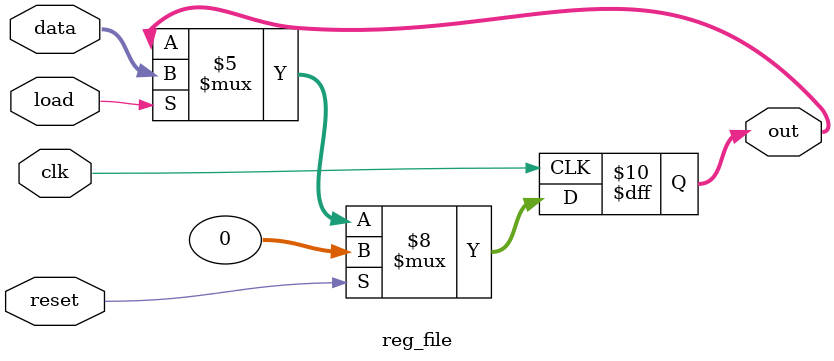
<source format=v>
`timescale 1ns / 1ps
module reg_file(
    input clk,
    input reset,
    input load,
    input [31:0] data,
    output [31:0] out
    );
	
	reg [31:0] out;
	always@(posedge clk)
	begin
	if(reset == 1'b1) begin
		out <= 0;
	end else if(load == 1'b1) begin
		out <= data;
	end else begin
		out <= out;
	end
	end

endmodule

</source>
